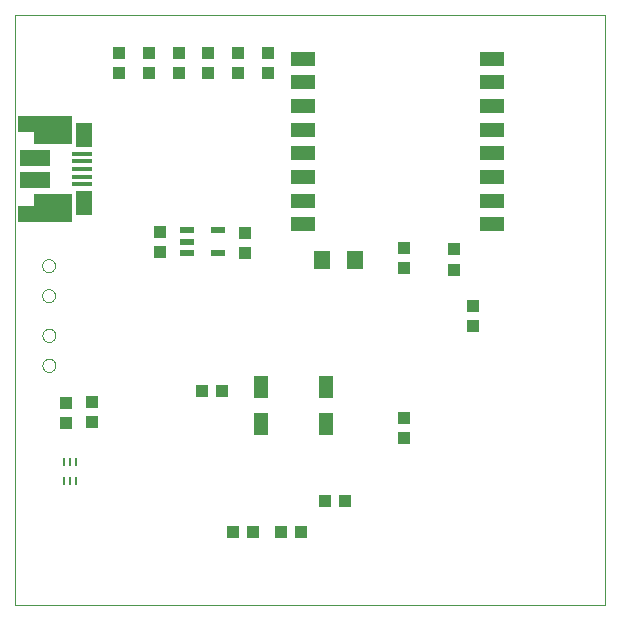
<source format=gbp>
G75*
%MOIN*%
%OFA0B0*%
%FSLAX24Y24*%
%IPPOS*%
%LPD*%
%AMOC8*
5,1,8,0,0,1.08239X$1,22.5*
%
%ADD10C,0.0000*%
%ADD11R,0.0551X0.0630*%
%ADD12R,0.0394X0.0433*%
%ADD13R,0.0433X0.0394*%
%ADD14R,0.0787X0.0512*%
%ADD15R,0.0472X0.0217*%
%ADD16R,0.0512X0.0748*%
%ADD17R,0.0112X0.0276*%
%ADD18R,0.0673X0.0157*%
%ADD19R,0.0575X0.0787*%
%ADD20R,0.0984X0.0541*%
%ADD21R,0.1252X0.0962*%
%ADD22R,0.1252X0.0962*%
%ADD23R,0.0544X0.0530*%
%ADD24R,0.0544X0.0530*%
D10*
X000350Y000350D02*
X000350Y020035D01*
X020035Y020035D01*
X020035Y000350D01*
X000350Y000350D01*
X001267Y008344D02*
X001269Y008373D01*
X001275Y008401D01*
X001284Y008429D01*
X001297Y008455D01*
X001314Y008478D01*
X001333Y008500D01*
X001355Y008519D01*
X001380Y008534D01*
X001406Y008547D01*
X001434Y008555D01*
X001462Y008560D01*
X001491Y008561D01*
X001520Y008558D01*
X001548Y008551D01*
X001575Y008541D01*
X001601Y008527D01*
X001624Y008510D01*
X001645Y008490D01*
X001663Y008467D01*
X001678Y008442D01*
X001689Y008415D01*
X001697Y008387D01*
X001701Y008358D01*
X001701Y008330D01*
X001697Y008301D01*
X001689Y008273D01*
X001678Y008246D01*
X001663Y008221D01*
X001645Y008198D01*
X001624Y008178D01*
X001601Y008161D01*
X001575Y008147D01*
X001548Y008137D01*
X001520Y008130D01*
X001491Y008127D01*
X001462Y008128D01*
X001434Y008133D01*
X001406Y008141D01*
X001380Y008154D01*
X001355Y008169D01*
X001333Y008188D01*
X001314Y008210D01*
X001297Y008233D01*
X001284Y008259D01*
X001275Y008287D01*
X001269Y008315D01*
X001267Y008344D01*
X001267Y009344D02*
X001269Y009373D01*
X001275Y009401D01*
X001284Y009429D01*
X001297Y009455D01*
X001314Y009478D01*
X001333Y009500D01*
X001355Y009519D01*
X001380Y009534D01*
X001406Y009547D01*
X001434Y009555D01*
X001462Y009560D01*
X001491Y009561D01*
X001520Y009558D01*
X001548Y009551D01*
X001575Y009541D01*
X001601Y009527D01*
X001624Y009510D01*
X001645Y009490D01*
X001663Y009467D01*
X001678Y009442D01*
X001689Y009415D01*
X001697Y009387D01*
X001701Y009358D01*
X001701Y009330D01*
X001697Y009301D01*
X001689Y009273D01*
X001678Y009246D01*
X001663Y009221D01*
X001645Y009198D01*
X001624Y009178D01*
X001601Y009161D01*
X001575Y009147D01*
X001548Y009137D01*
X001520Y009130D01*
X001491Y009127D01*
X001462Y009128D01*
X001434Y009133D01*
X001406Y009141D01*
X001380Y009154D01*
X001355Y009169D01*
X001333Y009188D01*
X001314Y009210D01*
X001297Y009233D01*
X001284Y009259D01*
X001275Y009287D01*
X001269Y009315D01*
X001267Y009344D01*
X001259Y010670D02*
X001261Y010699D01*
X001267Y010727D01*
X001276Y010755D01*
X001289Y010781D01*
X001306Y010804D01*
X001325Y010826D01*
X001347Y010845D01*
X001372Y010860D01*
X001398Y010873D01*
X001426Y010881D01*
X001454Y010886D01*
X001483Y010887D01*
X001512Y010884D01*
X001540Y010877D01*
X001567Y010867D01*
X001593Y010853D01*
X001616Y010836D01*
X001637Y010816D01*
X001655Y010793D01*
X001670Y010768D01*
X001681Y010741D01*
X001689Y010713D01*
X001693Y010684D01*
X001693Y010656D01*
X001689Y010627D01*
X001681Y010599D01*
X001670Y010572D01*
X001655Y010547D01*
X001637Y010524D01*
X001616Y010504D01*
X001593Y010487D01*
X001567Y010473D01*
X001540Y010463D01*
X001512Y010456D01*
X001483Y010453D01*
X001454Y010454D01*
X001426Y010459D01*
X001398Y010467D01*
X001372Y010480D01*
X001347Y010495D01*
X001325Y010514D01*
X001306Y010536D01*
X001289Y010559D01*
X001276Y010585D01*
X001267Y010613D01*
X001261Y010641D01*
X001259Y010670D01*
X001259Y011670D02*
X001261Y011699D01*
X001267Y011727D01*
X001276Y011755D01*
X001289Y011781D01*
X001306Y011804D01*
X001325Y011826D01*
X001347Y011845D01*
X001372Y011860D01*
X001398Y011873D01*
X001426Y011881D01*
X001454Y011886D01*
X001483Y011887D01*
X001512Y011884D01*
X001540Y011877D01*
X001567Y011867D01*
X001593Y011853D01*
X001616Y011836D01*
X001637Y011816D01*
X001655Y011793D01*
X001670Y011768D01*
X001681Y011741D01*
X001689Y011713D01*
X001693Y011684D01*
X001693Y011656D01*
X001689Y011627D01*
X001681Y011599D01*
X001670Y011572D01*
X001655Y011547D01*
X001637Y011524D01*
X001616Y011504D01*
X001593Y011487D01*
X001567Y011473D01*
X001540Y011463D01*
X001512Y011456D01*
X001483Y011453D01*
X001454Y011454D01*
X001426Y011459D01*
X001398Y011467D01*
X001372Y011480D01*
X001347Y011495D01*
X001325Y011514D01*
X001306Y011536D01*
X001289Y011559D01*
X001276Y011585D01*
X001267Y011613D01*
X001261Y011641D01*
X001259Y011670D01*
D11*
X010602Y011851D03*
X011705Y011851D03*
D12*
X013332Y011590D03*
X013332Y012259D03*
X014980Y012209D03*
X014980Y011540D03*
X008032Y012093D03*
X008032Y012762D03*
X005179Y012786D03*
X005179Y012117D03*
X006605Y007505D03*
X007274Y007505D03*
X006789Y018089D03*
X006789Y018758D03*
X003814Y018758D03*
X003814Y018089D03*
D13*
X004812Y018089D03*
X004812Y018758D03*
X005812Y018758D03*
X005812Y018089D03*
X007787Y018089D03*
X007787Y018758D03*
X008807Y018758D03*
X008807Y018089D03*
X015613Y010319D03*
X015613Y009650D03*
X013327Y006585D03*
X013327Y005916D03*
X011372Y003824D03*
X010703Y003824D03*
X009905Y002795D03*
X009236Y002795D03*
X008277Y002805D03*
X007608Y002805D03*
X002910Y006453D03*
X002910Y007122D03*
X002049Y007097D03*
X002049Y006428D03*
D14*
X009959Y013051D03*
X009959Y013838D03*
X009959Y014626D03*
X009959Y015413D03*
X009959Y016201D03*
X009959Y016988D03*
X009959Y017775D03*
X009959Y018563D03*
X016259Y018563D03*
X016259Y017775D03*
X016259Y016988D03*
X016259Y016201D03*
X016259Y015413D03*
X016259Y014626D03*
X016259Y013838D03*
X016259Y013051D03*
D15*
X007119Y012844D03*
X007119Y012096D03*
X006095Y012096D03*
X006095Y012470D03*
X006095Y012844D03*
D16*
X008549Y007635D03*
X008549Y006375D03*
X010714Y006375D03*
X010714Y007635D03*
D17*
X002401Y005134D03*
X002204Y005134D03*
X002007Y005134D03*
X002007Y004484D03*
X002204Y004484D03*
X002401Y004484D03*
D18*
X002598Y014382D03*
X002598Y014638D03*
X002598Y014894D03*
X002598Y015150D03*
X002598Y015406D03*
D19*
X002649Y016036D03*
X002649Y013752D03*
D20*
X001011Y014525D03*
X001011Y015263D03*
D21*
X001633Y013601D03*
D22*
X001633Y016182D03*
D23*
X000734Y013384D03*
D24*
X000734Y016396D03*
M02*

</source>
